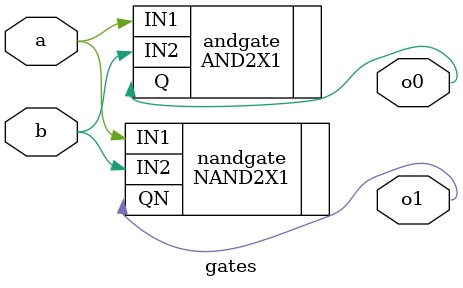
<source format=v>
module gates (a, b, o0, o1 );
input a;
input b;
output o0;
output o1;

AND2X1 andgate (.IN1 ( a ) , .IN2 ( b ) , .Q ( o0 ) ) ;
NAND2X1 nandgate (.IN1 ( a ) , .IN2 ( b ) , .QN ( o1 ) ) ;


endmodule
</source>
